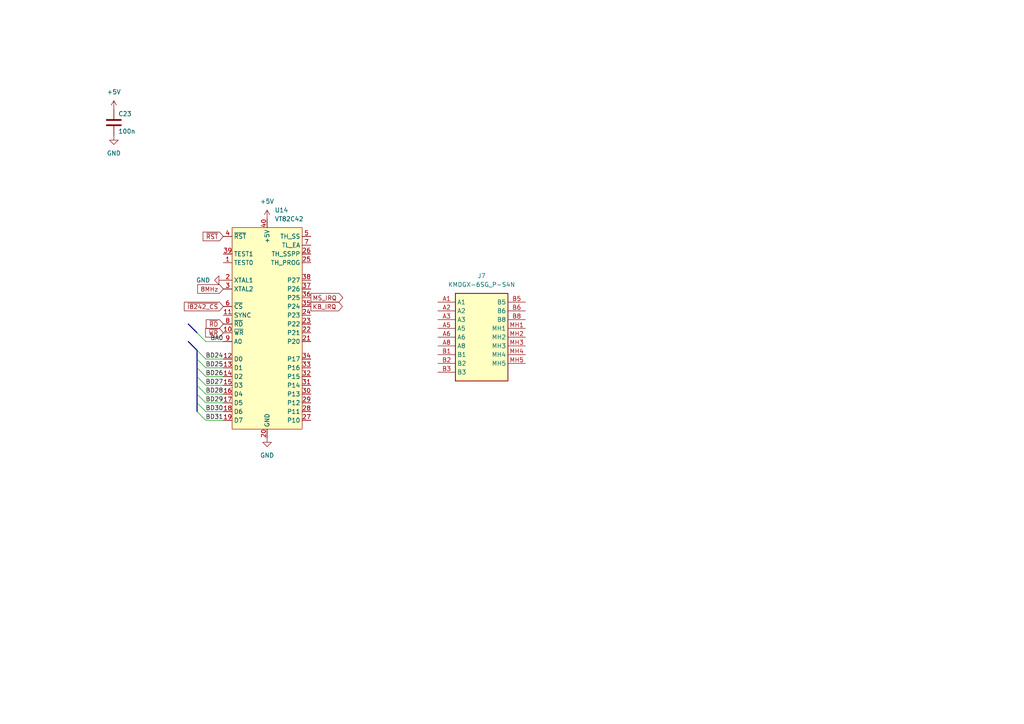
<source format=kicad_sch>
(kicad_sch (version 20231120) (generator "eeschema") (generator_version "8.0")
  (paper "A4")
  (lib_symbols
    (symbol "Device:C" (pin_numbers hide) (pin_names (offset 0.254))
      (property "Reference" "C" (at 0.635 2.54 0))
      (property "Value" "C" (at 0.635 -2.54 0))
      (symbol "C_0_1"
        (polyline (pts (xy -2.032 -0.762) (xy 2.032 -0.762)) (stroke (width 0.508)))
        (polyline (pts (xy -2.032 0.762) (xy 2.032 0.762)) (stroke (width 0.508)))
      )
      (symbol "C_1_1"
        (pin passive line (at 0 3.81 270) (length 2.794) (name "~") (number "1"))
        (pin passive line (at 0 -3.81 90) (length 2.794) (name "~") (number "2"))
      )
    )
    (symbol "GND_1" (power) (pin_numbers hide) (pin_names (offset 0) hide)
      (property "Value" "GND" (at 0 -3.81 0))
      (symbol "GND_1_0_1"
        (polyline (pts (xy 0 0) (xy 0 -1.27) (xy 1.27 -1.27) (xy 0 -2.54) (xy -1.27 -1.27) (xy 0 -1.27)))
      )
      (symbol "GND_1_1_1"
        (pin power_in line (at 0 0 270) (length 0) (name "~") (number "1"))
      )
    )
    (symbol "KMDGX-6SG_P-S4N:KMDGX-6SG_P-S4N"
      (property "Reference" "J" (at 21.59 7.62 0))
      (property "Value" "KMDGX-6SG_P-S4N" (at 21.59 5.08 0))
      (symbol "KMDGX-6SG_P-S4N_1_1"
        (rectangle (start 5.08 2.54) (end 20.32 -22.86) (stroke (width 0.254)) (fill (type background)))
        (pin passive line (at 0 0 0) (length 5.08) (name "A1") (number "A1"))
        (pin passive line (at 0 -2.54 0) (length 5.08) (name "A2") (number "A2"))
        (pin passive line (at 0 -5.08 0) (length 5.08) (name "A3") (number "A3"))
        (pin passive line (at 0 -7.62 0) (length 5.08) (name "A5") (number "A5"))
        (pin passive line (at 0 -10.16 0) (length 5.08) (name "A6") (number "A6"))
        (pin passive line (at 0 -12.7 0) (length 5.08) (name "A8") (number "A8"))
        (pin passive line (at 0 -15.24 0) (length 5.08) (name "B1") (number "B1"))
        (pin passive line (at 0 -17.78 0) (length 5.08) (name "B2") (number "B2"))
        (pin passive line (at 0 -20.32 0) (length 5.08) (name "B3") (number "B3"))
        (pin passive line (at 25.4 0 180) (length 5.08) (name "B5") (number "B5"))
        (pin passive line (at 25.4 -2.54 180) (length 5.08) (name "B6") (number "B6"))
        (pin passive line (at 25.4 -5.08 180) (length 5.08) (name "B8") (number "B8"))
        (pin passive line (at 25.4 -7.62 180) (length 5.08) (name "MH1") (number "MH1"))
        (pin passive line (at 25.4 -10.16 180) (length 5.08) (name "MH2") (number "MH2"))
        (pin passive line (at 25.4 -12.7 180) (length 5.08) (name "MH3") (number "MH3"))
        (pin passive line (at 25.4 -15.24 180) (length 5.08) (name "MH4") (number "MH4"))
        (pin passive line (at 25.4 -17.78 180) (length 5.08) (name "MH5") (number "MH5"))
      )
    )
    (symbol "m68k-hbc-ic:VT82C42"
      (property "Reference" "U" (at -5.08 29.21 0))
      (property "Value" "VT82C42" (at 5.08 29.21 0))
      (symbol "VT82C42_1_1"
        (rectangle (start -10.16 27.94) (end 10.16 -30.48) (fill (type background)))
        (pin input line (at -12.7 17.78 0) (length 2.54) (name "TEST0") (number "1"))
        (pin input line (at -12.7 -2.54 0) (length 2.54) (name "~{WR}") (number "10"))
        (pin output line (at -12.7 2.54 0) (length 2.54) (name "SYNC") (number "11"))
        (pin bidirectional line (at -12.7 -10.16 0) (length 2.54) (name "D0") (number "12"))
        (pin bidirectional line (at -12.7 -12.7 0) (length 2.54) (name "D1") (number "13"))
        (pin bidirectional line (at -12.7 -15.24 0) (length 2.54) (name "D2") (number "14"))
        (pin bidirectional line (at -12.7 -17.78 0) (length 2.54) (name "D3") (number "15"))
        (pin bidirectional line (at -12.7 -20.32 0) (length 2.54) (name "D4") (number "16"))
        (pin bidirectional line (at -12.7 -22.86 0) (length 2.54) (name "D5") (number "17"))
        (pin bidirectional line (at -12.7 -25.4 0) (length 2.54) (name "D6") (number "18"))
        (pin bidirectional line (at -12.7 -27.94 0) (length 2.54) (name "D7") (number "19"))
        (pin input line (at -12.7 12.7 0) (length 2.54) (name "XTAL1") (number "2"))
        (pin power_in line (at 0 -33.02 90) (length 2.54) (name "GND") (number "20"))
        (pin output line (at 12.7 -5.08 180) (length 2.54) (name "P20") (number "21"))
        (pin output line (at 12.7 -2.54 180) (length 2.54) (name "P21") (number "22"))
        (pin output line (at 12.7 0 180) (length 2.54) (name "P22") (number "23"))
        (pin output line (at 12.7 2.54 180) (length 2.54) (name "P23") (number "24"))
        (pin input line (at 12.7 17.78 180) (length 2.54) (name "TH_PROG") (number "25"))
        (pin input line (at 12.7 20.32 180) (length 2.54) (name "TH_SSPP") (number "26"))
        (pin bidirectional line (at 12.7 -27.94 180) (length 2.54) (name "P10") (number "27"))
        (pin bidirectional line (at 12.7 -25.4 180) (length 2.54) (name "P11") (number "28"))
        (pin bidirectional line (at 12.7 -22.86 180) (length 2.54) (name "P12") (number "29"))
        (pin input line (at -12.7 10.16 0) (length 2.54) (name "XTAL2") (number "3"))
        (pin bidirectional line (at 12.7 -20.32 180) (length 2.54) (name "P13") (number "30"))
        (pin bidirectional line (at 12.7 -17.78 180) (length 2.54) (name "P14") (number "31"))
        (pin bidirectional line (at 12.7 -15.24 180) (length 2.54) (name "P15") (number "32"))
        (pin input line (at 12.7 -12.7 180) (length 2.54) (name "P16") (number "33"))
        (pin input line (at 12.7 -10.16 180) (length 2.54) (name "P17") (number "34"))
        (pin output line (at 12.7 5.08 180) (length 2.54) (name "P24") (number "35"))
        (pin output line (at 12.7 7.62 180) (length 2.54) (name "P25") (number "36"))
        (pin output line (at 12.7 10.16 180) (length 2.54) (name "P26") (number "37"))
        (pin output line (at 12.7 12.7 180) (length 2.54) (name "P27") (number "38"))
        (pin input line (at -12.7 20.32 0) (length 2.54) (name "TEST1") (number "39"))
        (pin input line (at -12.7 25.4 0) (length 2.54) (name "~{RST}") (number "4"))
        (pin power_in line (at 0 30.48 270) (length 2.54) (name "+5V") (number "40"))
        (pin input line (at 12.7 25.4 180) (length 2.54) (name "TH_SS") (number "5"))
        (pin input line (at -12.7 5.08 0) (length 2.54) (name "~{CS}") (number "6"))
        (pin input line (at 12.7 22.86 180) (length 2.54) (name "TL_EA") (number "7"))
        (pin input line (at -12.7 0 0) (length 2.54) (name "~{RD}") (number "8"))
        (pin input line (at -12.7 -5.08 0) (length 2.54) (name "A0") (number "9"))
      )
    )
    (symbol "power:+5V" (power) (pin_names (offset 0))
      (property "Value" "+5V" (at 0 3.556 0))
      (symbol "+5V_0_1"
        (polyline (pts (xy -0.762 1.27) (xy 0 2.54)))
        (polyline (pts (xy 0 0) (xy 0 2.54)))
        (polyline (pts (xy 0 2.54) (xy 0.762 1.27)))
      )
      (symbol "+5V_1_1"
        (pin power_in line (at 0 0 90) (length 0) hide (name "+5V") (number "1"))
      )
    )
    (symbol "power:GND" (power) (pin_names (offset 0))
      (property "Value" "GND" (at 0 -3.81 0))
      (symbol "GND_0_1"
        (polyline (pts (xy 0 0) (xy 0 -1.27) (xy 1.27 -1.27) (xy 0 -2.54) (xy -1.27 -1.27) (xy 0 -1.27)))
      )
      (symbol "GND_1_1"
        (pin power_in line (at 0 0 270) (length 0) hide (name "GND") (number "1"))
      )
    )
  )
  (bus_entry (at 59.69 116.84) (size -2.54 -2.54))
  (bus_entry (at 59.69 109.22) (size -2.54 -2.54))
  (bus_entry (at 59.69 106.68) (size -2.54 -2.54))
  (bus_entry (at 59.69 121.92) (size -2.54 -2.54))
  (bus_entry (at 59.69 119.38) (size -2.54 -2.54))
  (bus_entry (at 59.69 99.06) (size -2.54 -2.54))
  (bus_entry (at 59.69 104.14) (size -2.54 -2.54))
  (bus_entry (at 59.69 114.3) (size -2.54 -2.54))
  (bus_entry (at 59.69 111.76) (size -2.54 -2.54))
  (bus (pts (xy 54.61 99.06) (xy 57.15 101.6)))
  (wire (pts (xy 59.69 104.14) (xy 64.77 104.14)))
  (bus (pts (xy 57.15 96.52) (xy 54.61 93.98)))
  (bus (pts (xy 57.15 119.38) (xy 57.15 116.84)))
  (bus (pts (xy 57.15 104.14) (xy 57.15 101.6)))
  (bus (pts (xy 57.15 109.22) (xy 57.15 106.68)))
  (wire (pts (xy 59.69 116.84) (xy 64.77 116.84)))
  (wire (pts (xy 59.69 119.38) (xy 64.77 119.38)))
  (bus (pts (xy 57.15 111.76) (xy 57.15 109.22)))
  (wire (pts (xy 59.69 114.3) (xy 64.77 114.3)))
  (wire (pts (xy 59.69 121.92) (xy 64.77 121.92)))
  (wire (pts (xy 59.69 109.22) (xy 64.77 109.22)))
  (bus (pts (xy 57.15 114.3) (xy 57.15 111.76)))
  (wire (pts (xy 59.69 99.06) (xy 64.77 99.06)))
  (wire (pts (xy 59.69 106.68) (xy 64.77 106.68)))
  (wire (pts (xy 59.69 111.76) (xy 64.77 111.76)))
  (bus (pts (xy 57.15 116.84) (xy 57.15 114.3)))
  (bus (pts (xy 57.15 106.68) (xy 57.15 104.14)))
  (label "BA0" (at 64.77 99.06 180))
  (label "BD24" (at 64.77 104.14 180))
  (label "BD28" (at 64.77 114.3 180))
  (label "BD27" (at 64.77 111.76 180))
  (label "BD30" (at 64.77 119.38 180))
  (label "BD26" (at 64.77 109.22 180))
  (label "BD31" (at 64.77 121.92 180))
  (label "BD29" (at 64.77 116.84 180))
  (label "BD25" (at 64.77 106.68 180))
  (global_label "~{WR}" (shape input) (at 64.77 96.52 180) (property "Intersheetrefs" "${INTERSHEET_REFS}" (effects (hide yes))))
  (global_label "MS_IRQ" (shape output) (at 90.17 86.36 0) (property "Intersheetrefs" "${INTERSHEET_REFS}" (effects (hide yes))))
  (global_label "~{I8242_CS}" (shape input) (at 64.77 88.9 180) (property "Intersheetrefs" "${INTERSHEET_REFS}" (effects (hide yes))))
  (global_label "8MHz" (shape input) (at 64.77 83.82 180) (property "Intersheetrefs" "${INTERSHEET_REFS}" (effects (hide yes))))
  (global_label "KB_IRQ" (shape output) (at 90.17 88.9 0) (property "Intersheetrefs" "${INTERSHEET_REFS}" (effects (hide yes))))
  (global_label "~{RST}" (shape input) (at 64.77 68.58 180) (property "Intersheetrefs" "${INTERSHEET_REFS}" (effects (hide yes))))
  (global_label "~{RD}" (shape input) (at 64.77 93.98 180) (property "Intersheetrefs" "${INTERSHEET_REFS}" (effects (hide yes))))
  (symbol (lib_id "KMDGX-6SG_P-S4N:KMDGX-6SG_P-S4N") (at 127 87.63 0) (unit 1)
    (property "Reference" "J7" (at 139.7 80.01 0))
    (property "Value" "KMDGX-6SG_P-S4N" (at 139.7 82.55 0))
    (property "Footprint" "KMDGX6SGPS4N:KMDGX6SGPS4N" (effects (hide yes)))
    (property "Datasheet" "http://www.kycon.com/Pub_Eng_Draw/KMDGX-6SG-P-S4N.pdf" (effects (hide yes)))
    (property "Height" "28.55" (effects (hide yes)))
    (property "Mouser Part Number" "806-KMDGX-6SGP-S4N" (effects (hide yes)))
    (property "Mouser Price/Stock" "https://www.mouser.co.uk/ProductDetail/Kycon/KMDGX-6SG-P-S4N?qs=wzaPhkLM3Q5CI9SGP7X58Q%3D%3D" (effects (hide yes)))
    (property "Manufacturer_Name" "Kycon" (effects (hide yes)))
    (property "Manufacturer_Part_Number" "KMDGX-6SG/P-S4N" (effects (hide yes)))
  )
  (symbol (lib_id "power:GND") (at 33.02 39.37 0) (unit 1)
    (property "Reference" "#PWR084" (effects (hide yes)))
    (property "Value" "GND" (at 33.02 44.45 0))
  )
  (symbol (lib_name "GND_1") (lib_id "power:GND") (at 64.77 81.28 270) (unit 1)
    (property "Reference" "#PWR0188" (effects (hide yes)))
    (property "Value" "GND" (at 60.96 81.2799 90) (effects (justify right)))
    (property "Description" "Power symbol creates a global label with name \"GND\" , ground" (effects (hide yes)))
  )
  (symbol (lib_id "power:+5V") (at 77.47 63.5 0) (unit 1)
    (property "Reference" "#PWR085" (effects (hide yes)))
    (property "Value" "+5V" (at 77.47 58.42 0))
  )
  (symbol (lib_id "power:GND") (at 77.47 127 0) (unit 1)
    (property "Reference" "#PWR086" (effects (hide yes)))
    (property "Value" "GND" (at 77.47 132.08 0))
  )
  (symbol (lib_id "power:+5V") (at 33.02 31.75 0) (unit 1)
    (property "Reference" "#PWR083" (effects (hide yes)))
    (property "Value" "+5V" (at 33.02 26.67 0))
  )
  (symbol (lib_id "m68k-hbc-ic:VT82C42") (at 77.47 93.98 0) (unit 1)
    (property "Reference" "U14" (at 79.6641 60.96 0) (effects (justify left)))
    (property "Value" "VT82C42" (at 79.6641 63.5 0) (effects (justify left)))
    (property "Footprint" "Package_DIP:DIP-40_W15.24mm_Socket" (effects (hide yes)))
    (property "Datasheet" "http://www.bitsavers.org/components/viaTechnologies/VT82C42_Keyboard_Controller_199511.pdf" (effects (hide yes)))
  )
  (symbol (lib_id "Device:C") (at 33.02 35.56 0) (unit 1)
    (property "Reference" "C23" (at 34.29 33.02 0) (effects (justify left)))
    (property "Value" "100n" (at 34.29 38.1 0) (effects (justify left)))
    (property "Footprint" "Capacitor_THT:C_Disc_D4.3mm_W1.9mm_P5.00mm" (effects (hide yes)))
  )
)
</source>
